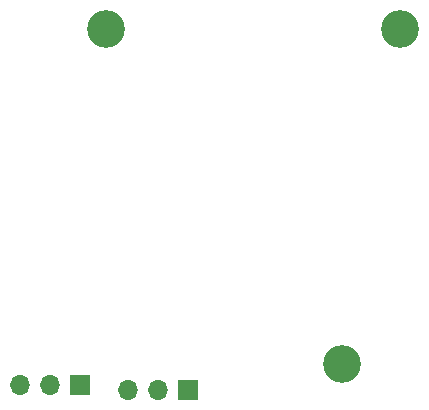
<source format=gbs>
%TF.GenerationSoftware,KiCad,Pcbnew,6.0.4-6f826c9f35~116~ubuntu20.04.1*%
%TF.CreationDate,2022-04-29T21:32:22-06:00*%
%TF.ProjectId,circle-big,63697263-6c65-42d6-9269-672e6b696361,rev?*%
%TF.SameCoordinates,Original*%
%TF.FileFunction,Soldermask,Bot*%
%TF.FilePolarity,Negative*%
%FSLAX46Y46*%
G04 Gerber Fmt 4.6, Leading zero omitted, Abs format (unit mm)*
G04 Created by KiCad (PCBNEW 6.0.4-6f826c9f35~116~ubuntu20.04.1) date 2022-04-29 21:32:22*
%MOMM*%
%LPD*%
G01*
G04 APERTURE LIST*
%ADD10R,1.700000X1.700000*%
%ADD11O,1.700000X1.700000*%
%ADD12C,3.200000*%
G04 APERTURE END LIST*
D10*
%TO.C,J2*%
X42625000Y-60900000D03*
D11*
X40085000Y-60900000D03*
X37545000Y-60900000D03*
%TD*%
D12*
%TO.C,H1*%
X55707999Y-58700000D03*
%TD*%
%TO.C,H3*%
X60600000Y-30300000D03*
%TD*%
D10*
%TO.C,J1*%
X33515000Y-60500000D03*
D11*
X30975000Y-60500000D03*
X28435000Y-60500000D03*
%TD*%
D12*
%TO.C,H2*%
X35700000Y-30300000D03*
%TD*%
M02*

</source>
